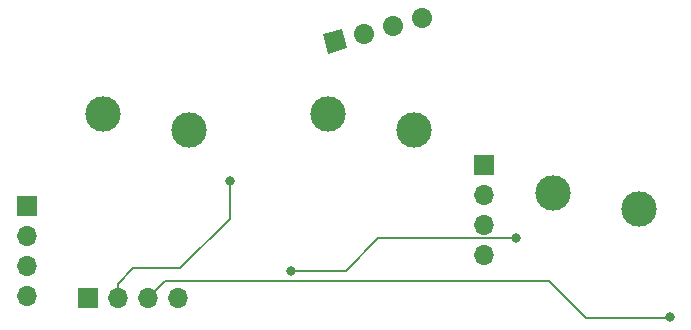
<source format=gbr>
G04 #@! TF.GenerationSoftware,KiCad,Pcbnew,(5.1.4)-1*
G04 #@! TF.CreationDate,2023-09-09T05:29:12-04:00*
G04 #@! TF.ProjectId,ThumbsUp,5468756d-6273-4557-902e-6b696361645f,rev?*
G04 #@! TF.SameCoordinates,Original*
G04 #@! TF.FileFunction,Copper,L1,Top*
G04 #@! TF.FilePolarity,Positive*
%FSLAX46Y46*%
G04 Gerber Fmt 4.6, Leading zero omitted, Abs format (unit mm)*
G04 Created by KiCad (PCBNEW (5.1.4)-1) date 2023-09-09 05:29:12*
%MOMM*%
%LPD*%
G04 APERTURE LIST*
%ADD10O,1.700000X1.700000*%
%ADD11R,1.700000X1.700000*%
%ADD12C,3.000000*%
%ADD13C,1.700000*%
%ADD14C,1.700000*%
%ADD15C,0.100000*%
%ADD16C,0.800000*%
%ADD17C,0.200000*%
G04 APERTURE END LIST*
D10*
X-161966620Y-466097892D03*
X-161966620Y-463557892D03*
X-161966620Y-461017892D03*
D11*
X-161966620Y-458477892D03*
D12*
X-129130000Y-452010061D03*
X-136430000Y-450660061D03*
X-110080000Y-458710000D03*
X-117380000Y-457360000D03*
X-148193954Y-452010061D03*
X-155493954Y-450660061D03*
D10*
X-123248141Y-462598713D03*
X-123248141Y-460058713D03*
X-123248141Y-457518713D03*
D11*
X-123248141Y-454978713D03*
D10*
X-149139330Y-466194574D03*
X-151679330Y-466194574D03*
X-154219330Y-466194574D03*
D11*
X-156759330Y-466194574D03*
D13*
X-128482864Y-442538390D03*
D14*
X-128482864Y-442538390D02*
X-128482864Y-442538390D01*
D13*
X-130936316Y-443195790D03*
D14*
X-130936316Y-443195790D02*
X-130936316Y-443195790D01*
D13*
X-133389767Y-443853191D03*
D14*
X-133389767Y-443853191D02*
X-133389767Y-443853191D01*
D13*
X-135843219Y-444510591D03*
D15*
G36*
X-136884252Y-443909550D02*
G01*
X-135242178Y-443469558D01*
X-134802186Y-445111632D01*
X-136444260Y-445551624D01*
X-136884252Y-443909550D01*
X-136884252Y-443909550D01*
G37*
D16*
X-107490000Y-467880000D03*
X-144730000Y-456320000D03*
X-120510000Y-461160000D03*
X-139590000Y-463910000D03*
D17*
X-150244756Y-464760000D02*
X-117760000Y-464760000D01*
X-151679330Y-466194574D02*
X-150244756Y-464760000D01*
X-117760000Y-464760000D02*
X-114560000Y-467960000D01*
X-114560000Y-467960000D02*
X-107570000Y-467960000D01*
X-107570000Y-467960000D02*
X-107490000Y-467880000D01*
X-148930000Y-463720000D02*
X-144730000Y-459520000D01*
X-152930000Y-463720000D02*
X-148930000Y-463720000D01*
X-154219330Y-465009330D02*
X-152930000Y-463720000D01*
X-154219330Y-466194574D02*
X-154219330Y-465009330D01*
X-144730000Y-459520000D02*
X-144730000Y-456320000D01*
X-139024315Y-463910000D02*
X-139590000Y-463910000D01*
X-120510000Y-461160000D02*
X-132180000Y-461160000D01*
X-132180000Y-461160000D02*
X-134930000Y-463910000D01*
X-134930000Y-463910000D02*
X-139024315Y-463910000D01*
M02*

</source>
